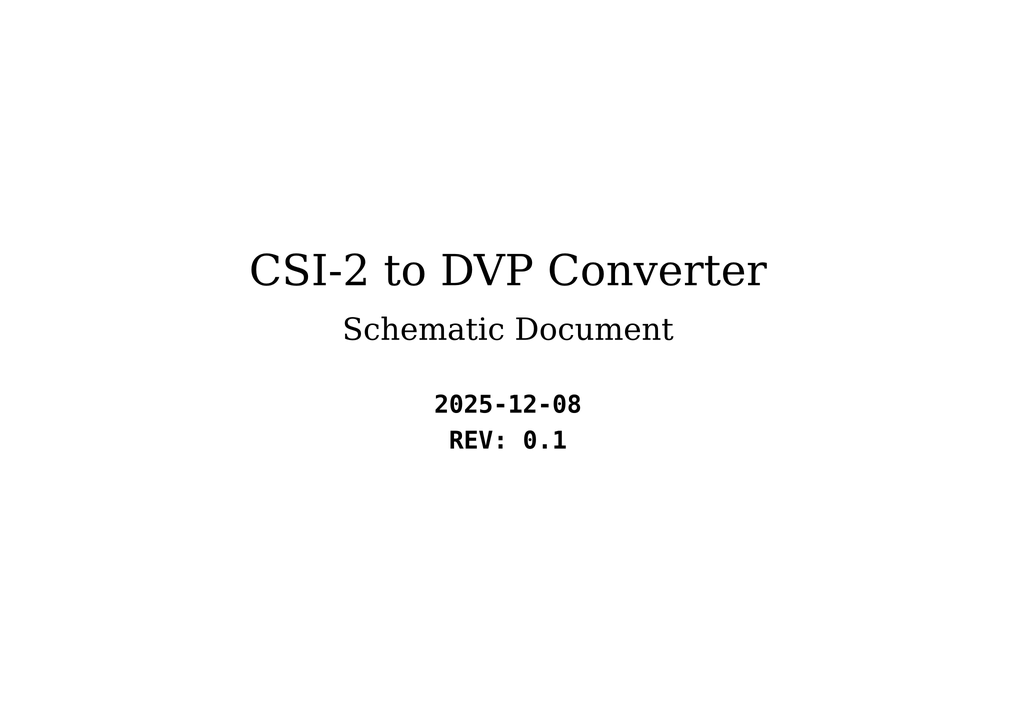
<source format=kicad_sch>
(kicad_sch
	(version 20250114)
	(generator "eeschema")
	(generator_version "9.0")
	(uuid "76c5a74b-68e9-432e-b83d-af6df3f9ddee")
	(paper "A4")
	(lib_symbols)
	(text "REV: 0.1"
		(exclude_from_sim no)
		(at 147.32 129.54 0)
		(effects
			(font
				(face "Courier New")
				(size 5.08 5.08)
				(bold yes)
				(color 0 0 0 1)
			)
		)
		(uuid "1e16dbf3-91af-41c3-b6e0-b4d7227c57a4")
	)
	(text "2025-12-08"
		(exclude_from_sim no)
		(at 147.32 119.126 0)
		(effects
			(font
				(face "Courier New")
				(size 5.08 5.08)
				(thickness 0.508)
				(bold yes)
				(color 0 0 0 1)
			)
		)
		(uuid "39e171c2-5e54-4663-a97c-18c8451ce486")
	)
	(text "CSI-2 to DVP Converter"
		(exclude_from_sim no)
		(at 147.32 81.534 0)
		(effects
			(font
				(face "Times New Roman")
				(size 8.89 8.89)
				(color 0 0 0 1)
			)
		)
		(uuid "556492df-88b7-4faa-a694-628d9c649e78")
	)
	(text "Schematic Document\n"
		(exclude_from_sim no)
		(at 147.32 97.79 0)
		(effects
			(font
				(face "Times New Roman")
				(size 6.35 6.35)
				(color 0 0 0 1)
			)
		)
		(uuid "f549c3ee-9848-45cd-92a7-d34cbc0ff802")
	)
)

</source>
